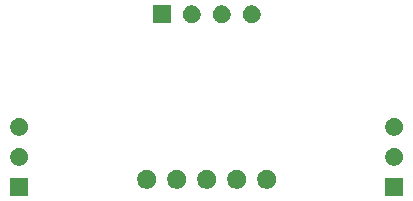
<source format=gbr>
G04 #@! TF.GenerationSoftware,KiCad,Pcbnew,(5.0.2)-1*
G04 #@! TF.CreationDate,2019-08-29T18:06:14-04:00*
G04 #@! TF.ProjectId,IGEM_Device,4947454d-5f44-4657-9669-63652e6b6963,rev?*
G04 #@! TF.SameCoordinates,Original*
G04 #@! TF.FileFunction,Soldermask,Bot*
G04 #@! TF.FilePolarity,Negative*
%FSLAX46Y46*%
G04 Gerber Fmt 4.6, Leading zero omitted, Abs format (unit mm)*
G04 Created by KiCad (PCBNEW (5.0.2)-1) date 2019-08-29 6:06:14 PM*
%MOMM*%
%LPD*%
G01*
G04 APERTURE LIST*
%ADD10C,0.100000*%
G04 APERTURE END LIST*
D10*
G36*
X142354500Y-98539500D02*
X140855500Y-98539500D01*
X140855500Y-97040500D01*
X142354500Y-97040500D01*
X142354500Y-98539500D01*
X142354500Y-98539500D01*
G37*
G36*
X174104500Y-98539500D02*
X172605500Y-98539500D01*
X172605500Y-97040500D01*
X174104500Y-97040500D01*
X174104500Y-98539500D01*
X174104500Y-98539500D01*
G37*
G36*
X152637142Y-96373242D02*
X152785102Y-96434530D01*
X152918258Y-96523502D01*
X153031498Y-96636742D01*
X153120470Y-96769898D01*
X153181758Y-96917858D01*
X153213000Y-97074925D01*
X153213000Y-97235075D01*
X153181758Y-97392142D01*
X153120470Y-97540102D01*
X153031498Y-97673258D01*
X152918258Y-97786498D01*
X152785102Y-97875470D01*
X152637142Y-97936758D01*
X152480075Y-97968000D01*
X152319925Y-97968000D01*
X152162858Y-97936758D01*
X152014898Y-97875470D01*
X151881742Y-97786498D01*
X151768502Y-97673258D01*
X151679530Y-97540102D01*
X151618242Y-97392142D01*
X151587000Y-97235075D01*
X151587000Y-97074925D01*
X151618242Y-96917858D01*
X151679530Y-96769898D01*
X151768502Y-96636742D01*
X151881742Y-96523502D01*
X152014898Y-96434530D01*
X152162858Y-96373242D01*
X152319925Y-96342000D01*
X152480075Y-96342000D01*
X152637142Y-96373242D01*
X152637142Y-96373242D01*
G37*
G36*
X155177142Y-96373242D02*
X155325102Y-96434530D01*
X155458258Y-96523502D01*
X155571498Y-96636742D01*
X155660470Y-96769898D01*
X155721758Y-96917858D01*
X155753000Y-97074925D01*
X155753000Y-97235075D01*
X155721758Y-97392142D01*
X155660470Y-97540102D01*
X155571498Y-97673258D01*
X155458258Y-97786498D01*
X155325102Y-97875470D01*
X155177142Y-97936758D01*
X155020075Y-97968000D01*
X154859925Y-97968000D01*
X154702858Y-97936758D01*
X154554898Y-97875470D01*
X154421742Y-97786498D01*
X154308502Y-97673258D01*
X154219530Y-97540102D01*
X154158242Y-97392142D01*
X154127000Y-97235075D01*
X154127000Y-97074925D01*
X154158242Y-96917858D01*
X154219530Y-96769898D01*
X154308502Y-96636742D01*
X154421742Y-96523502D01*
X154554898Y-96434530D01*
X154702858Y-96373242D01*
X154859925Y-96342000D01*
X155020075Y-96342000D01*
X155177142Y-96373242D01*
X155177142Y-96373242D01*
G37*
G36*
X157717142Y-96373242D02*
X157865102Y-96434530D01*
X157998258Y-96523502D01*
X158111498Y-96636742D01*
X158200470Y-96769898D01*
X158261758Y-96917858D01*
X158293000Y-97074925D01*
X158293000Y-97235075D01*
X158261758Y-97392142D01*
X158200470Y-97540102D01*
X158111498Y-97673258D01*
X157998258Y-97786498D01*
X157865102Y-97875470D01*
X157717142Y-97936758D01*
X157560075Y-97968000D01*
X157399925Y-97968000D01*
X157242858Y-97936758D01*
X157094898Y-97875470D01*
X156961742Y-97786498D01*
X156848502Y-97673258D01*
X156759530Y-97540102D01*
X156698242Y-97392142D01*
X156667000Y-97235075D01*
X156667000Y-97074925D01*
X156698242Y-96917858D01*
X156759530Y-96769898D01*
X156848502Y-96636742D01*
X156961742Y-96523502D01*
X157094898Y-96434530D01*
X157242858Y-96373242D01*
X157399925Y-96342000D01*
X157560075Y-96342000D01*
X157717142Y-96373242D01*
X157717142Y-96373242D01*
G37*
G36*
X160257142Y-96373242D02*
X160405102Y-96434530D01*
X160538258Y-96523502D01*
X160651498Y-96636742D01*
X160740470Y-96769898D01*
X160801758Y-96917858D01*
X160833000Y-97074925D01*
X160833000Y-97235075D01*
X160801758Y-97392142D01*
X160740470Y-97540102D01*
X160651498Y-97673258D01*
X160538258Y-97786498D01*
X160405102Y-97875470D01*
X160257142Y-97936758D01*
X160100075Y-97968000D01*
X159939925Y-97968000D01*
X159782858Y-97936758D01*
X159634898Y-97875470D01*
X159501742Y-97786498D01*
X159388502Y-97673258D01*
X159299530Y-97540102D01*
X159238242Y-97392142D01*
X159207000Y-97235075D01*
X159207000Y-97074925D01*
X159238242Y-96917858D01*
X159299530Y-96769898D01*
X159388502Y-96636742D01*
X159501742Y-96523502D01*
X159634898Y-96434530D01*
X159782858Y-96373242D01*
X159939925Y-96342000D01*
X160100075Y-96342000D01*
X160257142Y-96373242D01*
X160257142Y-96373242D01*
G37*
G36*
X162797142Y-96373242D02*
X162945102Y-96434530D01*
X163078258Y-96523502D01*
X163191498Y-96636742D01*
X163280470Y-96769898D01*
X163341758Y-96917858D01*
X163373000Y-97074925D01*
X163373000Y-97235075D01*
X163341758Y-97392142D01*
X163280470Y-97540102D01*
X163191498Y-97673258D01*
X163078258Y-97786498D01*
X162945102Y-97875470D01*
X162797142Y-97936758D01*
X162640075Y-97968000D01*
X162479925Y-97968000D01*
X162322858Y-97936758D01*
X162174898Y-97875470D01*
X162041742Y-97786498D01*
X161928502Y-97673258D01*
X161839530Y-97540102D01*
X161778242Y-97392142D01*
X161747000Y-97235075D01*
X161747000Y-97074925D01*
X161778242Y-96917858D01*
X161839530Y-96769898D01*
X161928502Y-96636742D01*
X162041742Y-96523502D01*
X162174898Y-96434530D01*
X162322858Y-96373242D01*
X162479925Y-96342000D01*
X162640075Y-96342000D01*
X162797142Y-96373242D01*
X162797142Y-96373242D01*
G37*
G36*
X141823621Y-94529302D02*
X141960022Y-94585801D01*
X142082779Y-94667825D01*
X142187175Y-94772221D01*
X142269199Y-94894978D01*
X142325698Y-95031379D01*
X142354500Y-95176181D01*
X142354500Y-95323819D01*
X142325698Y-95468621D01*
X142269199Y-95605022D01*
X142187175Y-95727779D01*
X142082779Y-95832175D01*
X141960022Y-95914199D01*
X141823621Y-95970698D01*
X141678819Y-95999500D01*
X141531181Y-95999500D01*
X141386379Y-95970698D01*
X141249978Y-95914199D01*
X141127221Y-95832175D01*
X141022825Y-95727779D01*
X140940801Y-95605022D01*
X140884302Y-95468621D01*
X140855500Y-95323819D01*
X140855500Y-95176181D01*
X140884302Y-95031379D01*
X140940801Y-94894978D01*
X141022825Y-94772221D01*
X141127221Y-94667825D01*
X141249978Y-94585801D01*
X141386379Y-94529302D01*
X141531181Y-94500500D01*
X141678819Y-94500500D01*
X141823621Y-94529302D01*
X141823621Y-94529302D01*
G37*
G36*
X173573621Y-94529302D02*
X173710022Y-94585801D01*
X173832779Y-94667825D01*
X173937175Y-94772221D01*
X174019199Y-94894978D01*
X174075698Y-95031379D01*
X174104500Y-95176181D01*
X174104500Y-95323819D01*
X174075698Y-95468621D01*
X174019199Y-95605022D01*
X173937175Y-95727779D01*
X173832779Y-95832175D01*
X173710022Y-95914199D01*
X173573621Y-95970698D01*
X173428819Y-95999500D01*
X173281181Y-95999500D01*
X173136379Y-95970698D01*
X172999978Y-95914199D01*
X172877221Y-95832175D01*
X172772825Y-95727779D01*
X172690801Y-95605022D01*
X172634302Y-95468621D01*
X172605500Y-95323819D01*
X172605500Y-95176181D01*
X172634302Y-95031379D01*
X172690801Y-94894978D01*
X172772825Y-94772221D01*
X172877221Y-94667825D01*
X172999978Y-94585801D01*
X173136379Y-94529302D01*
X173281181Y-94500500D01*
X173428819Y-94500500D01*
X173573621Y-94529302D01*
X173573621Y-94529302D01*
G37*
G36*
X141823621Y-91989302D02*
X141960022Y-92045801D01*
X142082779Y-92127825D01*
X142187175Y-92232221D01*
X142269199Y-92354978D01*
X142325698Y-92491379D01*
X142354500Y-92636181D01*
X142354500Y-92783819D01*
X142325698Y-92928621D01*
X142269199Y-93065022D01*
X142187175Y-93187779D01*
X142082779Y-93292175D01*
X141960022Y-93374199D01*
X141823621Y-93430698D01*
X141678819Y-93459500D01*
X141531181Y-93459500D01*
X141386379Y-93430698D01*
X141249978Y-93374199D01*
X141127221Y-93292175D01*
X141022825Y-93187779D01*
X140940801Y-93065022D01*
X140884302Y-92928621D01*
X140855500Y-92783819D01*
X140855500Y-92636181D01*
X140884302Y-92491379D01*
X140940801Y-92354978D01*
X141022825Y-92232221D01*
X141127221Y-92127825D01*
X141249978Y-92045801D01*
X141386379Y-91989302D01*
X141531181Y-91960500D01*
X141678819Y-91960500D01*
X141823621Y-91989302D01*
X141823621Y-91989302D01*
G37*
G36*
X173573621Y-91989302D02*
X173710022Y-92045801D01*
X173832779Y-92127825D01*
X173937175Y-92232221D01*
X174019199Y-92354978D01*
X174075698Y-92491379D01*
X174104500Y-92636181D01*
X174104500Y-92783819D01*
X174075698Y-92928621D01*
X174019199Y-93065022D01*
X173937175Y-93187779D01*
X173832779Y-93292175D01*
X173710022Y-93374199D01*
X173573621Y-93430698D01*
X173428819Y-93459500D01*
X173281181Y-93459500D01*
X173136379Y-93430698D01*
X172999978Y-93374199D01*
X172877221Y-93292175D01*
X172772825Y-93187779D01*
X172690801Y-93065022D01*
X172634302Y-92928621D01*
X172605500Y-92783819D01*
X172605500Y-92636181D01*
X172634302Y-92491379D01*
X172690801Y-92354978D01*
X172772825Y-92232221D01*
X172877221Y-92127825D01*
X172999978Y-92045801D01*
X173136379Y-91989302D01*
X173281181Y-91960500D01*
X173428819Y-91960500D01*
X173573621Y-91989302D01*
X173573621Y-91989302D01*
G37*
G36*
X158968621Y-82464302D02*
X159105022Y-82520801D01*
X159227779Y-82602825D01*
X159332175Y-82707221D01*
X159414199Y-82829978D01*
X159470698Y-82966379D01*
X159499500Y-83111181D01*
X159499500Y-83258819D01*
X159470698Y-83403621D01*
X159414199Y-83540022D01*
X159332175Y-83662779D01*
X159227779Y-83767175D01*
X159105022Y-83849199D01*
X158968621Y-83905698D01*
X158823819Y-83934500D01*
X158676181Y-83934500D01*
X158531379Y-83905698D01*
X158394978Y-83849199D01*
X158272221Y-83767175D01*
X158167825Y-83662779D01*
X158085801Y-83540022D01*
X158029302Y-83403621D01*
X158000500Y-83258819D01*
X158000500Y-83111181D01*
X158029302Y-82966379D01*
X158085801Y-82829978D01*
X158167825Y-82707221D01*
X158272221Y-82602825D01*
X158394978Y-82520801D01*
X158531379Y-82464302D01*
X158676181Y-82435500D01*
X158823819Y-82435500D01*
X158968621Y-82464302D01*
X158968621Y-82464302D01*
G37*
G36*
X161508621Y-82464302D02*
X161645022Y-82520801D01*
X161767779Y-82602825D01*
X161872175Y-82707221D01*
X161954199Y-82829978D01*
X162010698Y-82966379D01*
X162039500Y-83111181D01*
X162039500Y-83258819D01*
X162010698Y-83403621D01*
X161954199Y-83540022D01*
X161872175Y-83662779D01*
X161767779Y-83767175D01*
X161645022Y-83849199D01*
X161508621Y-83905698D01*
X161363819Y-83934500D01*
X161216181Y-83934500D01*
X161071379Y-83905698D01*
X160934978Y-83849199D01*
X160812221Y-83767175D01*
X160707825Y-83662779D01*
X160625801Y-83540022D01*
X160569302Y-83403621D01*
X160540500Y-83258819D01*
X160540500Y-83111181D01*
X160569302Y-82966379D01*
X160625801Y-82829978D01*
X160707825Y-82707221D01*
X160812221Y-82602825D01*
X160934978Y-82520801D01*
X161071379Y-82464302D01*
X161216181Y-82435500D01*
X161363819Y-82435500D01*
X161508621Y-82464302D01*
X161508621Y-82464302D01*
G37*
G36*
X156428621Y-82464302D02*
X156565022Y-82520801D01*
X156687779Y-82602825D01*
X156792175Y-82707221D01*
X156874199Y-82829978D01*
X156930698Y-82966379D01*
X156959500Y-83111181D01*
X156959500Y-83258819D01*
X156930698Y-83403621D01*
X156874199Y-83540022D01*
X156792175Y-83662779D01*
X156687779Y-83767175D01*
X156565022Y-83849199D01*
X156428621Y-83905698D01*
X156283819Y-83934500D01*
X156136181Y-83934500D01*
X155991379Y-83905698D01*
X155854978Y-83849199D01*
X155732221Y-83767175D01*
X155627825Y-83662779D01*
X155545801Y-83540022D01*
X155489302Y-83403621D01*
X155460500Y-83258819D01*
X155460500Y-83111181D01*
X155489302Y-82966379D01*
X155545801Y-82829978D01*
X155627825Y-82707221D01*
X155732221Y-82602825D01*
X155854978Y-82520801D01*
X155991379Y-82464302D01*
X156136181Y-82435500D01*
X156283819Y-82435500D01*
X156428621Y-82464302D01*
X156428621Y-82464302D01*
G37*
G36*
X154419500Y-83934500D02*
X152920500Y-83934500D01*
X152920500Y-82435500D01*
X154419500Y-82435500D01*
X154419500Y-83934500D01*
X154419500Y-83934500D01*
G37*
M02*

</source>
